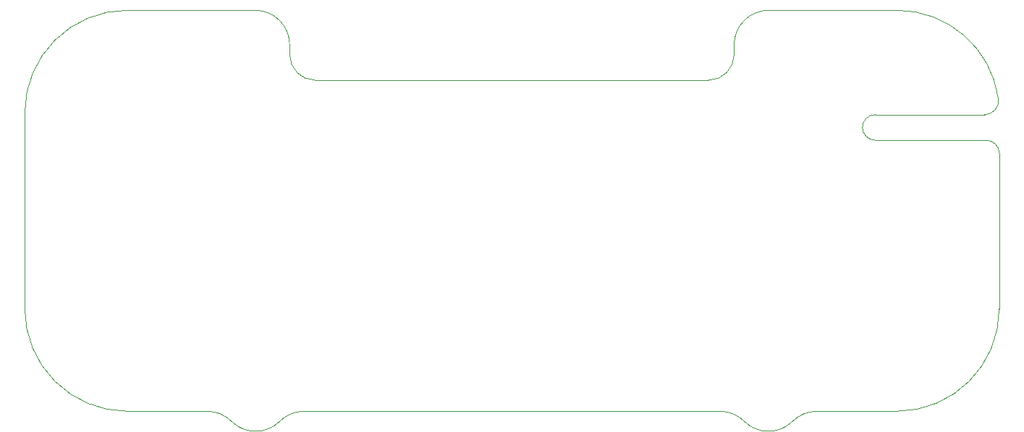
<source format=gm1>
%TF.GenerationSoftware,KiCad,Pcbnew,9.0.0*%
%TF.CreationDate,2025-06-19T17:55:55+01:00*%
%TF.ProjectId,solderbit-gamepad,736f6c64-6572-4626-9974-2d67616d6570,v0.7*%
%TF.SameCoordinates,Original*%
%TF.FileFunction,Profile,NP*%
%FSLAX46Y46*%
G04 Gerber Fmt 4.6, Leading zero omitted, Abs format (unit mm)*
G04 Created by KiCad (PCBNEW 9.0.0) date 2025-06-19 17:55:55*
%MOMM*%
%LPD*%
G01*
G04 APERTURE LIST*
%TA.AperFunction,Profile*%
%ADD10C,0.100000*%
%TD*%
G04 APERTURE END LIST*
D10*
X134265410Y-36564719D02*
X149280007Y-36564719D01*
X159764719Y-51800000D02*
G75*
G02*
X161264700Y-53300000I-19J-1500000D01*
G01*
X68608986Y-83564721D02*
G75*
G02*
X71437415Y-84736291I14J-3999979D01*
G01*
X127250000Y-44764719D02*
X81250000Y-44764719D01*
X130250691Y-41764700D02*
X130250691Y-40614720D01*
X161264719Y-53300000D02*
X161264719Y-71564720D01*
X161264719Y-71564720D02*
G75*
G02*
X149264720Y-83564719I-11999999J0D01*
G01*
X81250000Y-44764719D02*
G75*
G02*
X78250081Y-41764719I100J3000019D01*
G01*
X74235363Y-36564719D02*
G75*
G02*
X78250036Y-40614719I-35463J-4049981D01*
G01*
X137094266Y-84736292D02*
G75*
G02*
X139922692Y-83564679I2828434J-2828308D01*
G01*
X47264719Y-48564719D02*
X47264719Y-71564720D01*
X149280007Y-36564719D02*
G75*
G02*
X161166710Y-46919806I-7J-11999981D01*
G01*
X128608986Y-83564721D02*
G75*
G02*
X131437415Y-84736291I14J-3999979D01*
G01*
X146763911Y-48800001D02*
X159559755Y-48799961D01*
X146763911Y-51800001D02*
G75*
G02*
X146763911Y-48799999I-11J1500001D01*
G01*
X128608986Y-83564719D02*
X79931644Y-83564719D01*
X78250082Y-41764719D02*
X78250082Y-40614720D01*
X47264718Y-48564720D02*
G75*
G02*
X59264719Y-36564718I12000002J0D01*
G01*
X139931644Y-83564719D02*
X149264720Y-83564719D01*
X59264720Y-83564719D02*
X68609001Y-83564719D01*
X130250691Y-40614719D02*
G75*
G02*
X134265410Y-36564746I4050109J19D01*
G01*
X59264720Y-83564718D02*
G75*
G02*
X47264722Y-71564719I0J11999998D01*
G01*
X161165307Y-46920000D02*
G75*
G02*
X159559755Y-48802831I-1605507J-256900D01*
G01*
X77094266Y-84736292D02*
G75*
G02*
X79922692Y-83564709I2828434J-2828408D01*
G01*
X77094266Y-84736294D02*
G75*
G02*
X71437412Y-84736294I-2828427J2828426D01*
G01*
X137094266Y-84736294D02*
G75*
G02*
X131437412Y-84736294I-2828427J2828426D01*
G01*
X130250000Y-41764700D02*
G75*
G02*
X127250000Y-44764700I-3000000J0D01*
G01*
X159764719Y-51800001D02*
X146763911Y-51800001D01*
X74235363Y-36564719D02*
X59264719Y-36564719D01*
M02*

</source>
